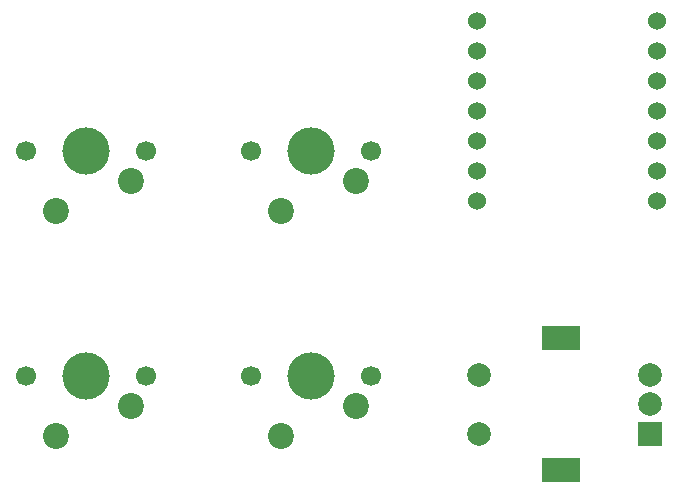
<source format=gbr>
%TF.GenerationSoftware,KiCad,Pcbnew,9.0.6*%
%TF.CreationDate,2025-12-15T09:48:03-08:00*%
%TF.ProjectId,AmeliasHackpad,416d656c-6961-4734-9861-636b7061642e,rev?*%
%TF.SameCoordinates,Original*%
%TF.FileFunction,Soldermask,Bot*%
%TF.FilePolarity,Negative*%
%FSLAX46Y46*%
G04 Gerber Fmt 4.6, Leading zero omitted, Abs format (unit mm)*
G04 Created by KiCad (PCBNEW 9.0.6) date 2025-12-15 09:48:03*
%MOMM*%
%LPD*%
G01*
G04 APERTURE LIST*
%ADD10C,1.700000*%
%ADD11C,4.000000*%
%ADD12C,2.200000*%
%ADD13R,2.000000X2.000000*%
%ADD14C,2.000000*%
%ADD15R,3.200000X2.000000*%
%ADD16C,1.524000*%
G04 APERTURE END LIST*
D10*
%TO.C,SW3*%
X167692500Y-80108750D03*
D11*
X162612500Y-80108750D03*
D10*
X157532500Y-80108750D03*
D12*
X160072500Y-85188750D03*
X166422500Y-82648750D03*
%TD*%
D10*
%TO.C,SW1*%
X167700000Y-99158750D03*
D11*
X162620000Y-99158750D03*
D10*
X157540000Y-99158750D03*
D12*
X160080000Y-104238750D03*
X166430000Y-101698750D03*
%TD*%
D10*
%TO.C,SW2*%
X148642500Y-99158750D03*
D11*
X143562500Y-99158750D03*
D10*
X138482500Y-99158750D03*
D12*
X141022500Y-104238750D03*
X147372500Y-101698750D03*
%TD*%
D13*
%TO.C,SW5*%
X191293750Y-104040000D03*
D14*
X191293750Y-99040000D03*
X191293750Y-101540000D03*
D15*
X183793750Y-107140000D03*
X183793750Y-95940000D03*
D14*
X176793750Y-99040000D03*
X176793750Y-104040000D03*
%TD*%
D16*
%TO.C,U1*%
X176680000Y-69088500D03*
X176680000Y-71628500D03*
X176680000Y-74168500D03*
X176680000Y-76708500D03*
X176680000Y-79248500D03*
X176680000Y-81788500D03*
X176680000Y-84328500D03*
X191920000Y-84328500D03*
X191920000Y-81788500D03*
X191920000Y-79248500D03*
X191920000Y-76708500D03*
X191920000Y-74168500D03*
X191920000Y-71628500D03*
X191920000Y-69088500D03*
%TD*%
D10*
%TO.C,SW4*%
X148642500Y-80108750D03*
D11*
X143562500Y-80108750D03*
D10*
X138482500Y-80108750D03*
D12*
X141022500Y-85188750D03*
X147372500Y-82648750D03*
%TD*%
M02*

</source>
